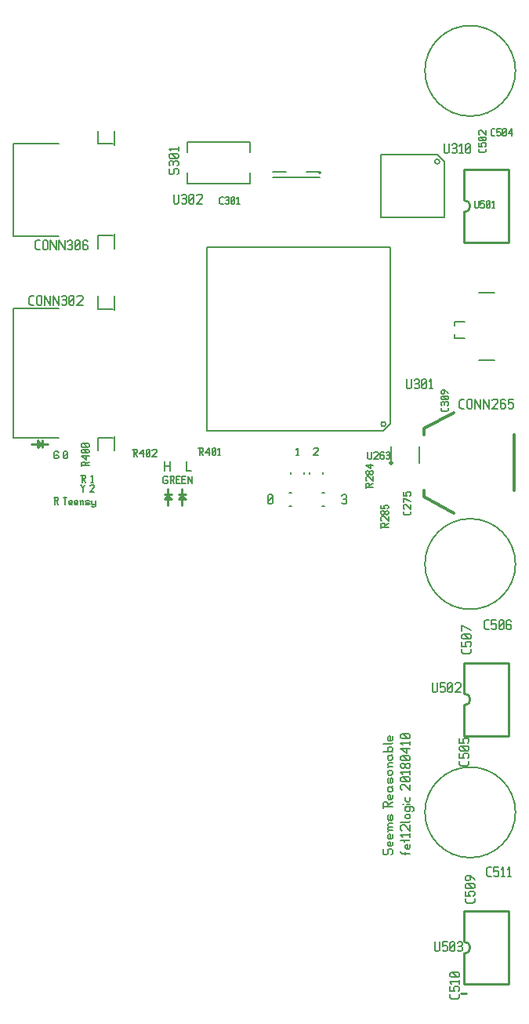
<source format=gbr>
G04 start of page 10 for group -4079 idx -4079 *
G04 Title: fet12logic, topsilk *
G04 Creator: pcb 20140316 *
G04 CreationDate: Thu 12 Apr 2018 02:45:11 AM GMT UTC *
G04 For: brian *
G04 Format: Gerber/RS-274X *
G04 PCB-Dimensions (mil): 6000.00 5000.00 *
G04 PCB-Coordinate-Origin: lower left *
%MOIN*%
%FSLAX25Y25*%
%LNTOPSILK*%
%ADD113C,0.0200*%
%ADD112C,0.0120*%
%ADD111C,0.0080*%
%ADD110C,0.0100*%
G54D110*X185500Y241500D02*X187000Y243000D01*
X185500Y244500D01*
Y241500D01*
X187500Y244500D02*Y241500D01*
Y243000D02*X190000D01*
X185500D02*X183000D01*
X368000Y9500D02*X365500D01*
X247000Y219500D02*Y217000D01*
X241000Y219500D02*Y217000D01*
X239500Y219500D02*X242500D01*
X241000Y221000D02*X239500Y219500D01*
X242500D02*X241000Y221000D01*
X247000Y224000D02*Y221500D01*
X241000Y224000D02*Y221500D01*
X239500D02*X242500D01*
X245500D02*X248500D01*
X245500Y219500D02*X248500D01*
X247000Y221000D02*X245500Y219500D01*
X248500D02*X247000Y221000D01*
G54D111*X239500Y235520D02*Y231600D01*
X241950Y235520D02*Y231600D01*
X239500Y233560D02*X241950D01*
X240500Y229250D02*X240875Y228875D01*
X239375Y229250D02*X240500D01*
X239000Y228875D02*X239375Y229250D01*
X239000Y228875D02*Y226625D01*
X239375Y226250D01*
X240500D01*
X240875Y226625D01*
Y227375D02*Y226625D01*
X240500Y227750D02*X240875Y227375D01*
X239750Y227750D02*X240500D01*
X241775Y229250D02*X243275D01*
X243650Y228875D01*
Y228125D01*
X243275Y227750D02*X243650Y228125D01*
X242150Y227750D02*X243275D01*
X242150Y229250D02*Y226250D01*
X242750Y227750D02*X243650Y226250D01*
X244550Y227900D02*X245675D01*
X244550Y226250D02*X246050D01*
X244550Y229250D02*Y226250D01*
Y229250D02*X246050D01*
X246950Y227900D02*X248075D01*
X246950Y226250D02*X248450D01*
X246950Y229250D02*Y226250D01*
Y229250D02*X248450D01*
X249350D02*Y226250D01*
Y229250D02*X251225Y226250D01*
Y229250D02*Y226250D01*
X249000Y235520D02*Y231600D01*
X250960D01*
X193980Y239760D02*X194350Y239390D01*
X192870Y239760D02*X193980D01*
X192500Y239390D02*X192870Y239760D01*
X192500Y239390D02*Y237170D01*
X192870Y236800D01*
X193980D01*
X194350Y237170D01*
Y237910D02*Y237170D01*
X193980Y238280D02*X194350Y237910D01*
X193240Y238280D02*X193980D01*
X196570Y237170D02*X196940Y236800D01*
X196570Y239390D02*Y237170D01*
Y239390D02*X196940Y239760D01*
X197680D01*
X198050Y239390D01*
Y237170D01*
X197680Y236800D02*X198050Y237170D01*
X196940Y236800D02*X197680D01*
X196570Y237540D02*X198050Y239020D01*
X204000Y225750D02*X204750Y224250D01*
X205500Y225750D01*
X204750Y224250D02*Y222750D01*
X207750Y225375D02*X208125Y225750D01*
X209250D01*
X209625Y225375D01*
Y224625D01*
X207750Y222750D02*X209625Y224625D01*
X207750Y222750D02*X209625D01*
X204000Y229750D02*X205500D01*
X205875Y229375D01*
Y228625D01*
X205500Y228250D02*X205875Y228625D01*
X204375Y228250D02*X205500D01*
X204375Y229750D02*Y226750D01*
X204975Y228250D02*X205875Y226750D01*
X208125Y229150D02*X208725Y229750D01*
Y226750D01*
X208125D02*X209250D01*
X192500Y220270D02*X193960D01*
X194325Y219905D01*
Y219175D01*
X193960Y218810D02*X194325Y219175D01*
X192865Y218810D02*X193960D01*
X192865Y220270D02*Y217350D01*
X193449Y218810D02*X194325Y217350D01*
X196515Y220270D02*X197975D01*
X197245D02*Y217350D01*
X199216D02*X200311D01*
X198851Y217715D02*X199216Y217350D01*
X198851Y218445D02*Y217715D01*
Y218445D02*X199216Y218810D01*
X199946D01*
X200311Y218445D01*
X198851Y218080D02*X200311D01*
Y218445D02*Y218080D01*
X201552Y217350D02*X202647D01*
X201187Y217715D02*X201552Y217350D01*
X201187Y218445D02*Y217715D01*
Y218445D02*X201552Y218810D01*
X202282D01*
X202647Y218445D01*
X201187Y218080D02*X202647D01*
Y218445D02*Y218080D01*
X203888Y218445D02*Y217350D01*
Y218445D02*X204253Y218810D01*
X204618D01*
X204983Y218445D01*
Y217350D01*
X203523Y218810D02*X203888Y218445D01*
X206224Y217350D02*X207319D01*
X207684Y217715D01*
X207319Y218080D02*X207684Y217715D01*
X206224Y218080D02*X207319D01*
X205859Y218445D02*X206224Y218080D01*
X205859Y218445D02*X206224Y218810D01*
X207319D01*
X207684Y218445D01*
X205859Y217715D02*X206224Y217350D01*
X208560Y218810D02*Y217715D01*
X208925Y217350D01*
X210020Y218810D02*Y216620D01*
X209655Y216255D02*X210020Y216620D01*
X208925Y216255D02*X209655D01*
X208560Y216620D02*X208925Y216255D01*
Y217350D02*X209655D01*
X210020Y217715D01*
X315000Y221030D02*X315490Y221520D01*
X316470D01*
X316960Y221030D01*
X316470Y217600D02*X316960Y218090D01*
X315490Y217600D02*X316470D01*
X315000Y218090D02*X315490Y217600D01*
Y219756D02*X316470D01*
X316960Y221030D02*Y220246D01*
Y219266D02*Y218090D01*
Y219266D02*X316470Y219756D01*
X316960Y220246D02*X316470Y219756D01*
X332480Y70460D02*X332970Y70950D01*
X332480Y70460D02*Y68990D01*
X332970Y68500D02*X332480Y68990D01*
X332970Y68500D02*X333950D01*
X334440Y68990D01*
Y70460D02*Y68990D01*
Y70460D02*X334930Y70950D01*
X335910D01*
X336400Y70460D02*X335910Y70950D01*
X336400Y70460D02*Y68990D01*
X335910Y68500D02*X336400Y68990D01*
Y74086D02*Y72616D01*
X335910Y72126D02*X336400Y72616D01*
X334930Y72126D02*X335910D01*
X334930D02*X334440Y72616D01*
Y73596D02*Y72616D01*
Y73596D02*X334930Y74086D01*
X335420D02*Y72126D01*
X334930Y74086D02*X335420D01*
X336400Y77222D02*Y75752D01*
X335910Y75262D02*X336400Y75752D01*
X334930Y75262D02*X335910D01*
X334930D02*X334440Y75752D01*
Y76732D02*Y75752D01*
Y76732D02*X334930Y77222D01*
X335420D02*Y75262D01*
X334930Y77222D02*X335420D01*
X334930Y78888D02*X336400D01*
X334930D02*X334440Y79378D01*
Y79868D02*Y79378D01*
Y79868D02*X334930Y80358D01*
X336400D01*
X334930D02*X334440Y80848D01*
Y81338D02*Y80848D01*
Y81338D02*X334930Y81828D01*
X336400D01*
X334440Y78398D02*X334930Y78888D01*
X336400Y84964D02*Y83494D01*
Y84964D02*X335910Y85454D01*
X335420Y84964D02*X335910Y85454D01*
X335420Y84964D02*Y83494D01*
X334930Y83004D02*X335420Y83494D01*
X334930Y83004D02*X334440Y83494D01*
Y84964D02*Y83494D01*
Y84964D02*X334930Y85454D01*
X335910Y83004D02*X336400Y83494D01*
X332480Y90354D02*Y88394D01*
Y90354D02*X332970Y90844D01*
X333950D01*
X334440Y90354D02*X333950Y90844D01*
X334440Y90354D02*Y88884D01*
X332480D02*X336400D01*
X334440Y89668D02*X336400Y90844D01*
Y93980D02*Y92510D01*
X335910Y92020D02*X336400Y92510D01*
X334930Y92020D02*X335910D01*
X334930D02*X334440Y92510D01*
Y93490D02*Y92510D01*
Y93490D02*X334930Y93980D01*
X335420D02*Y92020D01*
X334930Y93980D02*X335420D01*
X334440Y96626D02*X334930Y97116D01*
X334440Y96626D02*Y95646D01*
X334930Y95156D02*X334440Y95646D01*
X334930Y95156D02*X335910D01*
X336400Y95646D01*
X334440Y97116D02*X335910D01*
X336400Y97606D01*
Y96626D02*Y95646D01*
Y96626D02*X335910Y97116D01*
X336400Y100742D02*Y99272D01*
Y100742D02*X335910Y101232D01*
X335420Y100742D02*X335910Y101232D01*
X335420Y100742D02*Y99272D01*
X334930Y98782D02*X335420Y99272D01*
X334930Y98782D02*X334440Y99272D01*
Y100742D02*Y99272D01*
Y100742D02*X334930Y101232D01*
X335910Y98782D02*X336400Y99272D01*
X334930Y102408D02*X335910D01*
X334930D02*X334440Y102898D01*
Y103878D02*Y102898D01*
Y103878D02*X334930Y104368D01*
X335910D01*
X336400Y103878D02*X335910Y104368D01*
X336400Y103878D02*Y102898D01*
X335910Y102408D02*X336400Y102898D01*
X334930Y106034D02*X336400D01*
X334930D02*X334440Y106524D01*
Y107014D02*Y106524D01*
Y107014D02*X334930Y107504D01*
X336400D01*
X334440Y105544D02*X334930Y106034D01*
X334440Y110150D02*X334930Y110640D01*
X334440Y110150D02*Y109170D01*
X334930Y108680D02*X334440Y109170D01*
X334930Y108680D02*X335910D01*
X336400Y109170D01*
X334440Y110640D02*X335910D01*
X336400Y111130D01*
Y110150D02*Y109170D01*
Y110150D02*X335910Y110640D01*
X332480Y112306D02*X336400D01*
X335910D02*X336400Y112796D01*
Y113776D02*Y112796D01*
Y113776D02*X335910Y114266D01*
X334930D02*X335910D01*
X334440Y113776D02*X334930Y114266D01*
X334440Y113776D02*Y112796D01*
X334930Y112306D02*X334440Y112796D01*
X332480Y115442D02*X335910D01*
X336400Y115932D01*
Y118872D02*Y117402D01*
X335910Y116912D02*X336400Y117402D01*
X334930Y116912D02*X335910D01*
X334930D02*X334440Y117402D01*
Y118382D02*Y117402D01*
Y118382D02*X334930Y118872D01*
X335420D02*Y116912D01*
X334930Y118872D02*X335420D01*
X340470Y68990D02*X343900D01*
X340470D02*X339980Y69480D01*
Y69970D02*Y69480D01*
X341940D02*Y68500D01*
X343900Y72910D02*Y71440D01*
X343410Y70950D02*X343900Y71440D01*
X342430Y70950D02*X343410D01*
X342430D02*X341940Y71440D01*
Y72420D02*Y71440D01*
Y72420D02*X342430Y72910D01*
X342920D02*Y70950D01*
X342430Y72910D02*X342920D01*
X339980Y74576D02*X343410D01*
X343900Y75066D01*
X341450D02*Y74086D01*
X340764Y76046D02*X339980Y76830D01*
X343900D01*
Y77516D02*Y76046D01*
X340470Y78692D02*X339980Y79182D01*
Y80652D02*Y79182D01*
Y80652D02*X340470Y81142D01*
X341450D01*
X343900Y78692D02*X341450Y81142D01*
X343900D02*Y78692D01*
X339980Y82318D02*X343410D01*
X343900Y82808D01*
X342430Y83788D02*X343410D01*
X342430D02*X341940Y84278D01*
Y85258D02*Y84278D01*
Y85258D02*X342430Y85748D01*
X343410D01*
X343900Y85258D02*X343410Y85748D01*
X343900Y85258D02*Y84278D01*
X343410Y83788D02*X343900Y84278D01*
X341940Y88394D02*X342430Y88884D01*
X341940Y88394D02*Y87414D01*
X342430Y86924D02*X341940Y87414D01*
X342430Y86924D02*X343410D01*
X343900Y87414D01*
Y88394D02*Y87414D01*
Y88394D02*X343410Y88884D01*
X344880Y86924D02*X345370Y87414D01*
Y88394D02*Y87414D01*
Y88394D02*X344880Y88884D01*
X341940D02*X344880D01*
X340960Y90060D02*X341058D01*
X342430D02*X343900D01*
X341940Y93000D02*Y91530D01*
X342430Y91040D02*X341940Y91530D01*
X342430Y91040D02*X343410D01*
X343900Y91530D01*
Y93000D02*Y91530D01*
X340470Y95940D02*X339980Y96430D01*
Y97900D02*Y96430D01*
Y97900D02*X340470Y98390D01*
X341450D01*
X343900Y95940D02*X341450Y98390D01*
X343900D02*Y95940D01*
X343410Y99566D02*X343900Y100056D01*
X340470Y99566D02*X343410D01*
X340470D02*X339980Y100056D01*
Y101036D02*Y100056D01*
Y101036D02*X340470Y101526D01*
X343410D01*
X343900Y101036D02*X343410Y101526D01*
X343900Y101036D02*Y100056D01*
X342920Y99566D02*X340960Y101526D01*
X340764Y102702D02*X339980Y103486D01*
X343900D01*
Y104172D02*Y102702D01*
X343410Y105348D02*X343900Y105838D01*
X342626Y105348D02*X343410D01*
X342626D02*X341940Y106034D01*
Y106622D02*Y106034D01*
Y106622D02*X342626Y107308D01*
X343410D01*
X343900Y106818D02*X343410Y107308D01*
X343900Y106818D02*Y105838D01*
X341254Y105348D02*X341940Y106034D01*
X340470Y105348D02*X341254D01*
X340470D02*X339980Y105838D01*
Y106818D02*Y105838D01*
Y106818D02*X340470Y107308D01*
X341254D01*
X341940Y106622D02*X341254Y107308D01*
X343410Y108484D02*X343900Y108974D01*
X340470Y108484D02*X343410D01*
X340470D02*X339980Y108974D01*
Y109954D02*Y108974D01*
Y109954D02*X340470Y110444D01*
X343410D01*
X343900Y109954D02*X343410Y110444D01*
X343900Y109954D02*Y108974D01*
X342920Y108484D02*X340960Y110444D01*
X342430Y111620D02*X339980Y113580D01*
X342430Y114070D02*Y111620D01*
X339980Y113580D02*X343900D01*
X340764Y115246D02*X339980Y116030D01*
X343900D01*
Y116716D02*Y115246D01*
X343410Y117892D02*X343900Y118382D01*
X340470Y117892D02*X343410D01*
X340470D02*X339980Y118382D01*
Y119362D02*Y118382D01*
Y119362D02*X340470Y119852D01*
X343410D01*
X343900Y119362D02*X343410Y119852D01*
X343900Y119362D02*Y118382D01*
X342920Y117892D02*X340960Y119852D01*
X283500Y218090D02*X283990Y217600D01*
X283500Y221030D02*Y218090D01*
Y221030D02*X283990Y221520D01*
X284970D01*
X285460Y221030D01*
Y218090D01*
X284970Y217600D02*X285460Y218090D01*
X283990Y217600D02*X284970D01*
X283500Y218580D02*X285460Y220540D01*
X295500Y240650D02*X296100Y241250D01*
Y238250D01*
X295500D02*X296625D01*
X303000Y240875D02*X303375Y241250D01*
X304500D01*
X304875Y240875D01*
Y240125D01*
X303000Y238250D02*X304875Y240125D01*
X303000Y238250D02*X304875D01*
G54D112*X388260Y246811D02*Y223189D01*
X349953Y249567D02*Y246811D01*
Y249567D02*X362551Y256260D01*
X349953Y223189D02*Y220433D01*
X362551Y213740D01*
G54D111*X350250Y192000D02*G75*G03X350250Y192000I19250J0D01*G01*
G54D113*X335701Y234957D03*
G54D111*X348004Y241945D02*Y235055D01*
X335996Y241945D02*Y235055D01*
X292607Y222255D02*X293393D01*
X292607Y216745D02*X293393D01*
X298755Y230893D02*Y230107D01*
X293245Y230893D02*Y230107D01*
X306755Y230893D02*Y230107D01*
X301245Y230893D02*Y230107D01*
X306607Y216745D02*X307393D01*
X306607Y222255D02*X307393D01*
X249016Y371358D02*X275984D01*
Y366831D01*
X249016Y371358D02*Y366831D01*
Y353642D02*X275984D01*
Y358169D02*Y353642D01*
X249016Y358169D02*Y353642D01*
X285500Y356300D02*X305500D01*
X299750Y358700D02*X305500D01*
X285500D02*X291250D01*
X306000Y358200D02*G75*G03X306000Y358200I-500J0D01*G01*
X218185Y332102D02*Y326000D01*
Y376000D02*Y369898D01*
X211098Y331512D02*X217398D01*
X211098Y370488D02*X217398D01*
X211098Y331512D02*Y326000D01*
Y376000D02*Y370488D01*
X175272Y370685D02*Y331315D01*
X194563D01*
X175272Y370685D02*X194563D01*
X257530Y248530D02*X332570D01*
X257530Y326470D02*Y248530D01*
Y326470D02*X335470D01*
Y251430D01*
X332570Y248530D01*
X333570Y251430D02*G75*G03X333570Y251430I-1000J0D01*G01*
X350250Y86500D02*G75*G03X350250Y86500I19250J0D01*G01*
G54D110*X367000Y119000D02*X386000D01*
Y150000D02*Y119000D01*
X367000Y150000D02*X386000D01*
X367000Y132000D02*Y119000D01*
Y150000D02*Y137000D01*
Y132000D02*G75*G03X367000Y137000I0J2500D01*G01*
Y13500D02*X386000D01*
Y44500D02*Y13500D01*
X367000Y44500D02*X386000D01*
X367000Y26500D02*Y13500D01*
Y44500D02*Y31500D01*
Y26500D02*G75*G03X367000Y31500I0J2500D01*G01*
G54D111*X218185Y246228D02*Y240126D01*
Y305874D02*Y299772D01*
X211098Y245638D02*X217398D01*
X211098Y300362D02*X217398D01*
X211098Y245638D02*Y240126D01*
Y305874D02*Y300362D01*
X175272Y300559D02*Y245441D01*
X194563D01*
X175272Y300559D02*X194563D01*
G54D110*X367000Y328500D02*X386000D01*
Y359500D02*Y328500D01*
X367000Y359500D02*X386000D01*
X367000Y341500D02*Y328500D01*
Y359500D02*Y346500D01*
Y341500D02*G75*G03X367000Y346500I0J2500D01*G01*
G54D111*X350250Y401500D02*G75*G03X350250Y401500I19250J0D01*G01*
X358379Y362979D02*Y339121D01*
X331621D02*X358379D01*
X331621Y365879D02*Y339121D01*
Y365879D02*X355479D01*
X358379Y362979D01*
X355479Y363979D02*G75*G03X355479Y363979I0J-1000D01*G01*
X362835Y287957D02*X367165D01*
X362835Y295043D02*X367165D01*
X362835Y289728D02*Y287957D01*
Y295043D02*Y293272D01*
X373268Y307370D02*X379764D01*
X373268Y278630D02*X379764D01*
X185200Y325500D02*X186500D01*
X184500Y326200D02*X185200Y325500D01*
X184500Y328800D02*Y326200D01*
Y328800D02*X185200Y329500D01*
X186500D01*
X187700Y329000D02*Y326000D01*
Y329000D02*X188200Y329500D01*
X189200D01*
X189700Y329000D01*
Y326000D01*
X189200Y325500D02*X189700Y326000D01*
X188200Y325500D02*X189200D01*
X187700Y326000D02*X188200Y325500D01*
X190900Y329500D02*Y325500D01*
Y329500D02*X193400Y325500D01*
Y329500D02*Y325500D01*
X194600Y329500D02*Y325500D01*
Y329500D02*X197100Y325500D01*
Y329500D02*Y325500D01*
X198300Y329000D02*X198800Y329500D01*
X199800D01*
X200300Y329000D01*
X199800Y325500D02*X200300Y326000D01*
X198800Y325500D02*X199800D01*
X198300Y326000D02*X198800Y325500D01*
Y327700D02*X199800D01*
X200300Y329000D02*Y328200D01*
Y327200D02*Y326000D01*
Y327200D02*X199800Y327700D01*
X200300Y328200D02*X199800Y327700D01*
X201500Y326000D02*X202000Y325500D01*
X201500Y329000D02*Y326000D01*
Y329000D02*X202000Y329500D01*
X203000D01*
X203500Y329000D01*
Y326000D01*
X203000Y325500D02*X203500Y326000D01*
X202000Y325500D02*X203000D01*
X201500Y326500D02*X203500Y328500D01*
X206200Y329500D02*X206700Y329000D01*
X205200Y329500D02*X206200D01*
X204700Y329000D02*X205200Y329500D01*
X204700Y329000D02*Y326000D01*
X205200Y325500D01*
X206200Y327700D02*X206700Y327200D01*
X204700Y327700D02*X206200D01*
X205200Y325500D02*X206200D01*
X206700Y326000D01*
Y327200D02*Y326000D01*
X182700Y302000D02*X184000D01*
X182000Y302700D02*X182700Y302000D01*
X182000Y305300D02*Y302700D01*
Y305300D02*X182700Y306000D01*
X184000D01*
X185200Y305500D02*Y302500D01*
Y305500D02*X185700Y306000D01*
X186700D01*
X187200Y305500D01*
Y302500D01*
X186700Y302000D02*X187200Y302500D01*
X185700Y302000D02*X186700D01*
X185200Y302500D02*X185700Y302000D01*
X188400Y306000D02*Y302000D01*
Y306000D02*X190900Y302000D01*
Y306000D02*Y302000D01*
X192100Y306000D02*Y302000D01*
Y306000D02*X194600Y302000D01*
Y306000D02*Y302000D01*
X195800Y305500D02*X196300Y306000D01*
X197300D01*
X197800Y305500D01*
X197300Y302000D02*X197800Y302500D01*
X196300Y302000D02*X197300D01*
X195800Y302500D02*X196300Y302000D01*
Y304200D02*X197300D01*
X197800Y305500D02*Y304700D01*
Y303700D02*Y302500D01*
Y303700D02*X197300Y304200D01*
X197800Y304700D02*X197300Y304200D01*
X199000Y302500D02*X199500Y302000D01*
X199000Y305500D02*Y302500D01*
Y305500D02*X199500Y306000D01*
X200500D01*
X201000Y305500D01*
Y302500D01*
X200500Y302000D02*X201000Y302500D01*
X199500Y302000D02*X200500D01*
X199000Y303000D02*X201000Y305000D01*
X202200Y305500D02*X202700Y306000D01*
X204200D01*
X204700Y305500D01*
Y304500D01*
X202200Y302000D02*X204700Y304500D01*
X202200Y302000D02*X204700D01*
X254000Y241230D02*X255540D01*
X255925Y240845D01*
Y240075D01*
X255540Y239690D02*X255925Y240075D01*
X254385Y239690D02*X255540D01*
X254385Y241230D02*Y238150D01*
X255001Y239690D02*X255925Y238150D01*
X256849Y239305D02*X258389Y241230D01*
X256849Y239305D02*X258774D01*
X258389Y241230D02*Y238150D01*
X259698Y238535D02*X260083Y238150D01*
X259698Y240845D02*Y238535D01*
Y240845D02*X260083Y241230D01*
X260853D01*
X261238Y240845D01*
Y238535D01*
X260853Y238150D02*X261238Y238535D01*
X260083Y238150D02*X260853D01*
X259698Y238920D02*X261238Y240460D01*
X262162Y240614D02*X262778Y241230D01*
Y238150D01*
X262162D02*X263317D01*
X353500Y141500D02*Y138000D01*
X354000Y137500D01*
X355000D01*
X355500Y138000D01*
Y141500D02*Y138000D01*
X356700Y141500D02*X358700D01*
X356700D02*Y139500D01*
X357200Y140000D01*
X358200D01*
X358700Y139500D01*
Y138000D01*
X358200Y137500D02*X358700Y138000D01*
X357200Y137500D02*X358200D01*
X356700Y138000D02*X357200Y137500D01*
X359900Y138000D02*X360400Y137500D01*
X359900Y141000D02*Y138000D01*
Y141000D02*X360400Y141500D01*
X361400D01*
X361900Y141000D01*
Y138000D01*
X361400Y137500D02*X361900Y138000D01*
X360400Y137500D02*X361400D01*
X359900Y138500D02*X361900Y140500D01*
X363100Y141000D02*X363600Y141500D01*
X365100D01*
X365600Y141000D01*
Y140000D01*
X363100Y137500D02*X365600Y140000D01*
X363100Y137500D02*X365600D01*
X376050Y164150D02*X377350D01*
X375350Y164850D02*X376050Y164150D01*
X375350Y167450D02*Y164850D01*
Y167450D02*X376050Y168150D01*
X377350D01*
X378550D02*X380550D01*
X378550D02*Y166150D01*
X379050Y166650D01*
X380050D01*
X380550Y166150D01*
Y164650D01*
X380050Y164150D02*X380550Y164650D01*
X379050Y164150D02*X380050D01*
X378550Y164650D02*X379050Y164150D01*
X381750Y164650D02*X382250Y164150D01*
X381750Y167650D02*Y164650D01*
Y167650D02*X382250Y168150D01*
X383250D01*
X383750Y167650D01*
Y164650D01*
X383250Y164150D02*X383750Y164650D01*
X382250Y164150D02*X383250D01*
X381750Y165150D02*X383750Y167150D01*
X386450Y168150D02*X386950Y167650D01*
X385450Y168150D02*X386450D01*
X384950Y167650D02*X385450Y168150D01*
X384950Y167650D02*Y164650D01*
X385450Y164150D01*
X386450Y166350D02*X386950Y165850D01*
X384950Y166350D02*X386450D01*
X385450Y164150D02*X386450D01*
X386950Y164650D01*
Y165850D02*Y164650D01*
X368850Y108350D02*Y107050D01*
X368150Y106350D02*X368850Y107050D01*
X365550Y106350D02*X368150D01*
X365550D02*X364850Y107050D01*
Y108350D02*Y107050D01*
Y111550D02*Y109550D01*
X366850D01*
X366350Y110050D01*
Y111050D02*Y110050D01*
Y111050D02*X366850Y111550D01*
X368350D01*
X368850Y111050D02*X368350Y111550D01*
X368850Y111050D02*Y110050D01*
X368350Y109550D02*X368850Y110050D01*
X368350Y112750D02*X368850Y113250D01*
X365350Y112750D02*X368350D01*
X365350D02*X364850Y113250D01*
Y114250D02*Y113250D01*
Y114250D02*X365350Y114750D01*
X368350D01*
X368850Y114250D02*X368350Y114750D01*
X368850Y114250D02*Y113250D01*
X367850Y112750D02*X365850Y114750D01*
X364850Y117950D02*Y115950D01*
X366850D01*
X366350Y116450D01*
Y117450D02*Y116450D01*
Y117450D02*X366850Y117950D01*
X368350D01*
X368850Y117450D02*X368350Y117950D01*
X368850Y117450D02*Y116450D01*
X368350Y115950D02*X368850Y116450D01*
X369850Y155850D02*Y154550D01*
X369150Y153850D02*X369850Y154550D01*
X366550Y153850D02*X369150D01*
X366550D02*X365850Y154550D01*
Y155850D02*Y154550D01*
Y159050D02*Y157050D01*
X367850D01*
X367350Y157550D01*
Y158550D02*Y157550D01*
Y158550D02*X367850Y159050D01*
X369350D01*
X369850Y158550D02*X369350Y159050D01*
X369850Y158550D02*Y157550D01*
X369350Y157050D02*X369850Y157550D01*
X369350Y160250D02*X369850Y160750D01*
X366350Y160250D02*X369350D01*
X366350D02*X365850Y160750D01*
Y161750D02*Y160750D01*
Y161750D02*X366350Y162250D01*
X369350D01*
X369850Y161750D02*X369350Y162250D01*
X369850Y161750D02*Y160750D01*
X368850Y160250D02*X366850Y162250D01*
X369850Y163950D02*X365850Y165950D01*
Y163450D01*
X354500Y31500D02*Y28000D01*
X355000Y27500D01*
X356000D01*
X356500Y28000D01*
Y31500D02*Y28000D01*
X357700Y31500D02*X359700D01*
X357700D02*Y29500D01*
X358200Y30000D01*
X359200D01*
X359700Y29500D01*
Y28000D01*
X359200Y27500D02*X359700Y28000D01*
X358200Y27500D02*X359200D01*
X357700Y28000D02*X358200Y27500D01*
X360900Y28000D02*X361400Y27500D01*
X360900Y31000D02*Y28000D01*
Y31000D02*X361400Y31500D01*
X362400D01*
X362900Y31000D01*
Y28000D01*
X362400Y27500D02*X362900Y28000D01*
X361400Y27500D02*X362400D01*
X360900Y28500D02*X362900Y30500D01*
X364100Y31000D02*X364600Y31500D01*
X365600D01*
X366100Y31000D01*
X365600Y27500D02*X366100Y28000D01*
X364600Y27500D02*X365600D01*
X364100Y28000D02*X364600Y27500D01*
Y29700D02*X365600D01*
X366100Y31000D02*Y30200D01*
Y29200D02*Y28000D01*
Y29200D02*X365600Y29700D01*
X366100Y30200D02*X365600Y29700D01*
X377050Y59150D02*X378350D01*
X376350Y59850D02*X377050Y59150D01*
X376350Y62450D02*Y59850D01*
Y62450D02*X377050Y63150D01*
X378350D01*
X379550D02*X381550D01*
X379550D02*Y61150D01*
X380050Y61650D01*
X381050D01*
X381550Y61150D01*
Y59650D01*
X381050Y59150D02*X381550Y59650D01*
X380050Y59150D02*X381050D01*
X379550Y59650D02*X380050Y59150D01*
X382750Y62350D02*X383550Y63150D01*
Y59150D01*
X382750D02*X384250D01*
X385450Y62350D02*X386250Y63150D01*
Y59150D01*
X385450D02*X386950D01*
X371350Y49850D02*Y48550D01*
X370650Y47850D02*X371350Y48550D01*
X368050Y47850D02*X370650D01*
X368050D02*X367350Y48550D01*
Y49850D02*Y48550D01*
Y53050D02*Y51050D01*
X369350D01*
X368850Y51550D01*
Y52550D02*Y51550D01*
Y52550D02*X369350Y53050D01*
X370850D01*
X371350Y52550D02*X370850Y53050D01*
X371350Y52550D02*Y51550D01*
X370850Y51050D02*X371350Y51550D01*
X370850Y54250D02*X371350Y54750D01*
X367850Y54250D02*X370850D01*
X367850D02*X367350Y54750D01*
Y55750D02*Y54750D01*
Y55750D02*X367850Y56250D01*
X370850D01*
X371350Y55750D02*X370850Y56250D01*
X371350Y55750D02*Y54750D01*
X370350Y54250D02*X368350Y56250D01*
X371350Y57950D02*X369350Y59450D01*
X367850D02*X369350D01*
X367350Y58950D02*X367850Y59450D01*
X367350Y58950D02*Y57950D01*
X367850Y57450D02*X367350Y57950D01*
X367850Y57450D02*X368850D01*
X369350Y57950D01*
Y59450D02*Y57950D01*
X364850Y9350D02*Y8050D01*
X364150Y7350D02*X364850Y8050D01*
X361550Y7350D02*X364150D01*
X361550D02*X360850Y8050D01*
Y9350D02*Y8050D01*
Y12550D02*Y10550D01*
X362850D01*
X362350Y11050D01*
Y12050D02*Y11050D01*
Y12050D02*X362850Y12550D01*
X364350D01*
X364850Y12050D02*X364350Y12550D01*
X364850Y12050D02*Y11050D01*
X364350Y10550D02*X364850Y11050D01*
X361650Y13750D02*X360850Y14550D01*
X364850D01*
Y15250D02*Y13750D01*
X364350Y16450D02*X364850Y16950D01*
X361350Y16450D02*X364350D01*
X361350D02*X360850Y16950D01*
Y17950D02*Y16950D01*
Y17950D02*X361350Y18450D01*
X364350D01*
X364850Y17950D02*X364350Y18450D01*
X364850Y17950D02*Y16950D01*
X363850Y16450D02*X361850Y18450D01*
X226000Y240730D02*X227540D01*
X227925Y240345D01*
Y239575D01*
X227540Y239190D02*X227925Y239575D01*
X226385Y239190D02*X227540D01*
X226385Y240730D02*Y237650D01*
X227001Y239190D02*X227925Y237650D01*
X228849Y238805D02*X230389Y240730D01*
X228849Y238805D02*X230774D01*
X230389Y240730D02*Y237650D01*
X231698Y238035D02*X232083Y237650D01*
X231698Y240345D02*Y238035D01*
Y240345D02*X232083Y240730D01*
X232853D01*
X233238Y240345D01*
Y238035D01*
X232853Y237650D02*X233238Y238035D01*
X232083Y237650D02*X232853D01*
X231698Y238420D02*X233238Y239960D01*
X234162Y240345D02*X234547Y240730D01*
X235702D01*
X236087Y240345D01*
Y239575D01*
X234162Y237650D02*X236087Y239575D01*
X234162Y237650D02*X236087D01*
X204270Y235040D02*Y233500D01*
Y235040D02*X204655Y235425D01*
X205425D01*
X205810Y235040D02*X205425Y235425D01*
X205810Y235040D02*Y233885D01*
X204270D02*X207350D01*
X205810Y234501D02*X207350Y235425D01*
X206195Y236349D02*X204270Y237889D01*
X206195Y238274D02*Y236349D01*
X204270Y237889D02*X207350D01*
X206965Y239198D02*X207350Y239583D01*
X204655Y239198D02*X206965D01*
X204655D02*X204270Y239583D01*
Y240353D02*Y239583D01*
Y240353D02*X204655Y240738D01*
X206965D01*
X207350Y240353D02*X206965Y240738D01*
X207350Y240353D02*Y239583D01*
X206580Y239198D02*X205040Y240738D01*
X206965Y241662D02*X207350Y242047D01*
X204655Y241662D02*X206965D01*
X204655D02*X204270Y242047D01*
Y242817D02*Y242047D01*
Y242817D02*X204655Y243202D01*
X206965D01*
X207350Y242817D02*X206965Y243202D01*
X207350Y242817D02*Y242047D01*
X206580Y241662D02*X205040Y243202D01*
X371500Y346240D02*Y343580D01*
X371880Y343200D01*
X372640D01*
X373020Y343580D01*
Y346240D02*Y343580D01*
X373932Y346240D02*X375452D01*
X373932D02*Y344720D01*
X374312Y345100D01*
X375072D01*
X375452Y344720D01*
Y343580D01*
X375072Y343200D02*X375452Y343580D01*
X374312Y343200D02*X375072D01*
X373932Y343580D02*X374312Y343200D01*
X376364Y343580D02*X376744Y343200D01*
X376364Y345860D02*Y343580D01*
Y345860D02*X376744Y346240D01*
X377504D01*
X377884Y345860D01*
Y343580D01*
X377504Y343200D02*X377884Y343580D01*
X376744Y343200D02*X377504D01*
X376364Y343960D02*X377884Y345480D01*
X378796Y345632D02*X379404Y346240D01*
Y343200D01*
X378796D02*X379936D01*
X331620Y208890D02*Y207350D01*
Y208890D02*X332005Y209275D01*
X332775D01*
X333160Y208890D02*X332775Y209275D01*
X333160Y208890D02*Y207735D01*
X331620D02*X334700D01*
X333160Y208351D02*X334700Y209275D01*
X332005Y210199D02*X331620Y210584D01*
Y211739D02*Y210584D01*
Y211739D02*X332005Y212124D01*
X332775D01*
X334700Y210199D02*X332775Y212124D01*
X334700D02*Y210199D01*
X334315Y213048D02*X334700Y213433D01*
X333699Y213048D02*X334315D01*
X333699D02*X333160Y213587D01*
Y214049D02*Y213587D01*
Y214049D02*X333699Y214588D01*
X334315D01*
X334700Y214203D02*X334315Y214588D01*
X334700Y214203D02*Y213433D01*
X332621Y213048D02*X333160Y213587D01*
X332005Y213048D02*X332621D01*
X332005D02*X331620Y213433D01*
Y214203D02*Y213433D01*
Y214203D02*X332005Y214588D01*
X332621D01*
X333160Y214049D02*X332621Y214588D01*
X331620Y217052D02*Y215512D01*
X333160D01*
X332775Y215897D01*
Y216667D02*Y215897D01*
Y216667D02*X333160Y217052D01*
X334315D01*
X334700Y216667D02*X334315Y217052D01*
X334700Y216667D02*Y215897D01*
X334315Y215512D02*X334700Y215897D01*
X325120Y225890D02*Y224350D01*
Y225890D02*X325505Y226275D01*
X326275D01*
X326660Y225890D02*X326275Y226275D01*
X326660Y225890D02*Y224735D01*
X325120D02*X328200D01*
X326660Y225351D02*X328200Y226275D01*
X325505Y227199D02*X325120Y227584D01*
Y228739D02*Y227584D01*
Y228739D02*X325505Y229124D01*
X326275D01*
X328200Y227199D02*X326275Y229124D01*
X328200D02*Y227199D01*
X327815Y230048D02*X328200Y230433D01*
X327199Y230048D02*X327815D01*
X327199D02*X326660Y230587D01*
Y231049D02*Y230587D01*
Y231049D02*X327199Y231588D01*
X327815D01*
X328200Y231203D02*X327815Y231588D01*
X328200Y231203D02*Y230433D01*
X326121Y230048D02*X326660Y230587D01*
X325505Y230048D02*X326121D01*
X325505D02*X325120Y230433D01*
Y231203D02*Y230433D01*
Y231203D02*X325505Y231588D01*
X326121D01*
X326660Y231049D02*X326121Y231588D01*
X327045Y232512D02*X325120Y234052D01*
X327045Y234437D02*Y232512D01*
X325120Y234052D02*X328200D01*
X344200Y214390D02*Y213389D01*
X343661Y212850D02*X344200Y213389D01*
X341659Y212850D02*X343661D01*
X341659D02*X341120Y213389D01*
Y214390D02*Y213389D01*
X341505Y215314D02*X341120Y215699D01*
Y216854D02*Y215699D01*
Y216854D02*X341505Y217239D01*
X342275D01*
X344200Y215314D02*X342275Y217239D01*
X344200D02*Y215314D01*
Y218548D02*X341120Y220088D01*
Y218163D01*
Y222552D02*Y221012D01*
X342660D01*
X342275Y221397D01*
Y222167D02*Y221397D01*
Y222167D02*X342660Y222552D01*
X343815D01*
X344200Y222167D02*X343815Y222552D01*
X344200Y222167D02*Y221397D01*
X343815Y221012D02*X344200Y221397D01*
X360200Y258390D02*Y257389D01*
X359661Y256850D02*X360200Y257389D01*
X357659Y256850D02*X359661D01*
X357659D02*X357120Y257389D01*
Y258390D02*Y257389D01*
X357505Y259314D02*X357120Y259699D01*
Y260469D02*Y259699D01*
Y260469D02*X357505Y260854D01*
X360200Y260469D02*X359815Y260854D01*
X360200Y260469D02*Y259699D01*
X359815Y259314D02*X360200Y259699D01*
X358506Y260469D02*Y259699D01*
X357505Y260854D02*X358121D01*
X358891D02*X359815D01*
X358891D02*X358506Y260469D01*
X358121Y260854D02*X358506Y260469D01*
X359815Y261778D02*X360200Y262163D01*
X357505Y261778D02*X359815D01*
X357505D02*X357120Y262163D01*
Y262933D02*Y262163D01*
Y262933D02*X357505Y263318D01*
X359815D01*
X360200Y262933D02*X359815Y263318D01*
X360200Y262933D02*Y262163D01*
X359430Y261778D02*X357890Y263318D01*
X360200Y264627D02*X358660Y265782D01*
X357505D02*X358660D01*
X357120Y265397D02*X357505Y265782D01*
X357120Y265397D02*Y264627D01*
X357505Y264242D02*X357120Y264627D01*
X357505Y264242D02*X358275D01*
X358660Y264627D01*
Y265782D02*Y264627D01*
X365700Y258000D02*X367000D01*
X365000Y258700D02*X365700Y258000D01*
X365000Y261300D02*Y258700D01*
Y261300D02*X365700Y262000D01*
X367000D01*
X368200Y261500D02*Y258500D01*
Y261500D02*X368700Y262000D01*
X369700D01*
X370200Y261500D01*
Y258500D01*
X369700Y258000D02*X370200Y258500D01*
X368700Y258000D02*X369700D01*
X368200Y258500D02*X368700Y258000D01*
X371400Y262000D02*Y258000D01*
Y262000D02*X373900Y258000D01*
Y262000D02*Y258000D01*
X375100Y262000D02*Y258000D01*
Y262000D02*X377600Y258000D01*
Y262000D02*Y258000D01*
X378800Y261500D02*X379300Y262000D01*
X380800D01*
X381300Y261500D01*
Y260500D01*
X378800Y258000D02*X381300Y260500D01*
X378800Y258000D02*X381300D01*
X384000Y262000D02*X384500Y261500D01*
X383000Y262000D02*X384000D01*
X382500Y261500D02*X383000Y262000D01*
X382500Y261500D02*Y258500D01*
X383000Y258000D01*
X384000Y260200D02*X384500Y259700D01*
X382500Y260200D02*X384000D01*
X383000Y258000D02*X384000D01*
X384500Y258500D01*
Y259700D02*Y258500D01*
X385700Y262000D02*X387700D01*
X385700D02*Y260000D01*
X386200Y260500D01*
X387200D01*
X387700Y260000D01*
Y258500D01*
X387200Y258000D02*X387700Y258500D01*
X386200Y258000D02*X387200D01*
X385700Y258500D02*X386200Y258000D01*
X326000Y239730D02*Y237035D01*
X326385Y236650D01*
X327155D01*
X327540Y237035D01*
Y239730D02*Y237035D01*
X328464Y239345D02*X328849Y239730D01*
X330004D01*
X330389Y239345D01*
Y238575D01*
X328464Y236650D02*X330389Y238575D01*
X328464Y236650D02*X330389D01*
X332468Y239730D02*X332853Y239345D01*
X331698Y239730D02*X332468D01*
X331313Y239345D02*X331698Y239730D01*
X331313Y239345D02*Y237035D01*
X331698Y236650D01*
X332468Y238344D02*X332853Y237959D01*
X331313Y238344D02*X332468D01*
X331698Y236650D02*X332468D01*
X332853Y237035D01*
Y237959D02*Y237035D01*
X333777Y239345D02*X334162Y239730D01*
X334932D01*
X335317Y239345D01*
X334932Y236650D02*X335317Y237035D01*
X334162Y236650D02*X334932D01*
X333777Y237035D02*X334162Y236650D01*
Y238344D02*X334932D01*
X335317Y239345D02*Y238729D01*
Y237959D02*Y237035D01*
Y237959D02*X334932Y238344D01*
X335317Y238729D02*X334932Y238344D01*
X342500Y270500D02*Y267000D01*
X343000Y266500D01*
X344000D01*
X344500Y267000D01*
Y270500D02*Y267000D01*
X345700Y270000D02*X346200Y270500D01*
X347200D01*
X347700Y270000D01*
X347200Y266500D02*X347700Y267000D01*
X346200Y266500D02*X347200D01*
X345700Y267000D02*X346200Y266500D01*
Y268700D02*X347200D01*
X347700Y270000D02*Y269200D01*
Y268200D02*Y267000D01*
Y268200D02*X347200Y268700D01*
X347700Y269200D02*X347200Y268700D01*
X348900Y267000D02*X349400Y266500D01*
X348900Y270000D02*Y267000D01*
Y270000D02*X349400Y270500D01*
X350400D01*
X350900Y270000D01*
Y267000D01*
X350400Y266500D02*X350900Y267000D01*
X349400Y266500D02*X350400D01*
X348900Y267500D02*X350900Y269500D01*
X352100Y269700D02*X352900Y270500D01*
Y266500D01*
X352100D02*X353600D01*
X243500Y349000D02*Y345500D01*
X244000Y345000D01*
X245000D01*
X245500Y345500D01*
Y349000D02*Y345500D01*
X246700Y348500D02*X247200Y349000D01*
X248200D01*
X248700Y348500D01*
X248200Y345000D02*X248700Y345500D01*
X247200Y345000D02*X248200D01*
X246700Y345500D02*X247200Y345000D01*
Y347200D02*X248200D01*
X248700Y348500D02*Y347700D01*
Y346700D02*Y345500D01*
Y346700D02*X248200Y347200D01*
X248700Y347700D02*X248200Y347200D01*
X249900Y345500D02*X250400Y345000D01*
X249900Y348500D02*Y345500D01*
Y348500D02*X250400Y349000D01*
X251400D01*
X251900Y348500D01*
Y345500D01*
X251400Y345000D02*X251900Y345500D01*
X250400Y345000D02*X251400D01*
X249900Y346000D02*X251900Y348000D01*
X253100Y348500D02*X253600Y349000D01*
X255100D01*
X255600Y348500D01*
Y347500D01*
X253100Y345000D02*X255600Y347500D01*
X253100Y345000D02*X255600D01*
X263389Y344800D02*X264390D01*
X262850Y345339D02*X263389Y344800D01*
X262850Y347341D02*Y345339D01*
Y347341D02*X263389Y347880D01*
X264390D01*
X265314Y347495D02*X265699Y347880D01*
X266469D01*
X266854Y347495D01*
X266469Y344800D02*X266854Y345185D01*
X265699Y344800D02*X266469D01*
X265314Y345185D02*X265699Y344800D01*
Y346494D02*X266469D01*
X266854Y347495D02*Y346879D01*
Y346109D02*Y345185D01*
Y346109D02*X266469Y346494D01*
X266854Y346879D02*X266469Y346494D01*
X267778Y345185D02*X268163Y344800D01*
X267778Y347495D02*Y345185D01*
Y347495D02*X268163Y347880D01*
X268933D01*
X269318Y347495D01*
Y345185D01*
X268933Y344800D02*X269318Y345185D01*
X268163Y344800D02*X268933D01*
X267778Y345570D02*X269318Y347110D01*
X270242Y347264D02*X270858Y347880D01*
Y344800D01*
X270242D02*X271397D01*
X241500Y359500D02*X242000Y360000D01*
X241500Y359500D02*Y358000D01*
X242000Y357500D02*X241500Y358000D01*
X242000Y357500D02*X243000D01*
X243500Y358000D01*
Y359500D02*Y358000D01*
Y359500D02*X244000Y360000D01*
X245000D01*
X245500Y359500D02*X245000Y360000D01*
X245500Y359500D02*Y358000D01*
X245000Y357500D02*X245500Y358000D01*
X242000Y361200D02*X241500Y361700D01*
Y362700D02*Y361700D01*
Y362700D02*X242000Y363200D01*
X245500Y362700D02*X245000Y363200D01*
X245500Y362700D02*Y361700D01*
X245000Y361200D02*X245500Y361700D01*
X243300Y362700D02*Y361700D01*
X242000Y363200D02*X242800D01*
X243800D02*X245000D01*
X243800D02*X243300Y362700D01*
X242800Y363200D02*X243300Y362700D01*
X245000Y364400D02*X245500Y364900D01*
X242000Y364400D02*X245000D01*
X242000D02*X241500Y364900D01*
Y365900D02*Y364900D01*
Y365900D02*X242000Y366400D01*
X245000D01*
X245500Y365900D02*X245000Y366400D01*
X245500Y365900D02*Y364900D01*
X244500Y364400D02*X242500Y366400D01*
X242300Y367600D02*X241500Y368400D01*
X245500D01*
Y369100D02*Y367600D01*
X378889Y373800D02*X379890D01*
X378350Y374339D02*X378889Y373800D01*
X378350Y376341D02*Y374339D01*
Y376341D02*X378889Y376880D01*
X379890D01*
X380814D02*X382354D01*
X380814D02*Y375340D01*
X381199Y375725D01*
X381969D01*
X382354Y375340D01*
Y374185D01*
X381969Y373800D02*X382354Y374185D01*
X381199Y373800D02*X381969D01*
X380814Y374185D02*X381199Y373800D01*
X383278Y374185D02*X383663Y373800D01*
X383278Y376495D02*Y374185D01*
Y376495D02*X383663Y376880D01*
X384433D01*
X384818Y376495D01*
Y374185D01*
X384433Y373800D02*X384818Y374185D01*
X383663Y373800D02*X384433D01*
X383278Y374570D02*X384818Y376110D01*
X385742Y374955D02*X387282Y376880D01*
X385742Y374955D02*X387667D01*
X387282Y376880D02*Y373800D01*
X376200Y368390D02*Y367389D01*
X375661Y366850D02*X376200Y367389D01*
X373659Y366850D02*X375661D01*
X373659D02*X373120Y367389D01*
Y368390D02*Y367389D01*
Y370854D02*Y369314D01*
X374660D01*
X374275Y369699D01*
Y370469D02*Y369699D01*
Y370469D02*X374660Y370854D01*
X375815D01*
X376200Y370469D02*X375815Y370854D01*
X376200Y370469D02*Y369699D01*
X375815Y369314D02*X376200Y369699D01*
X375815Y371778D02*X376200Y372163D01*
X373505Y371778D02*X375815D01*
X373505D02*X373120Y372163D01*
Y372933D02*Y372163D01*
Y372933D02*X373505Y373318D01*
X375815D01*
X376200Y372933D02*X375815Y373318D01*
X376200Y372933D02*Y372163D01*
X375430Y371778D02*X373890Y373318D01*
X373505Y374242D02*X373120Y374627D01*
Y375782D02*Y374627D01*
Y375782D02*X373505Y376167D01*
X374275D01*
X376200Y374242D02*X374275Y376167D01*
X376200D02*Y374242D01*
X358500Y370500D02*Y367000D01*
X359000Y366500D01*
X360000D01*
X360500Y367000D01*
Y370500D02*Y367000D01*
X361700Y370000D02*X362200Y370500D01*
X363200D01*
X363700Y370000D01*
X363200Y366500D02*X363700Y367000D01*
X362200Y366500D02*X363200D01*
X361700Y367000D02*X362200Y366500D01*
Y368700D02*X363200D01*
X363700Y370000D02*Y369200D01*
Y368200D02*Y367000D01*
Y368200D02*X363200Y368700D01*
X363700Y369200D02*X363200Y368700D01*
X364900Y369700D02*X365700Y370500D01*
Y366500D01*
X364900D02*X366400D01*
X367600Y367000D02*X368100Y366500D01*
X367600Y370000D02*Y367000D01*
Y370000D02*X368100Y370500D01*
X369100D01*
X369600Y370000D01*
Y367000D01*
X369100Y366500D02*X369600Y367000D01*
X368100Y366500D02*X369100D01*
X367600Y367500D02*X369600Y369500D01*
M02*

</source>
